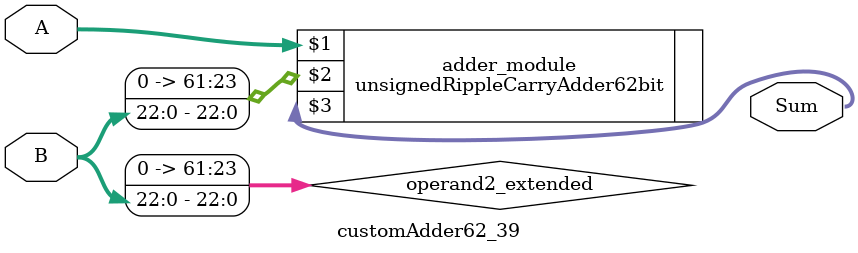
<source format=v>
module customAdder62_39(
                        input [61 : 0] A,
                        input [22 : 0] B,
                        
                        output [62 : 0] Sum
                );

        wire [61 : 0] operand2_extended;
        
        assign operand2_extended =  {39'b0, B};
        
        unsignedRippleCarryAdder62bit adder_module(
            A,
            operand2_extended,
            Sum
        );
        
        endmodule
        
</source>
